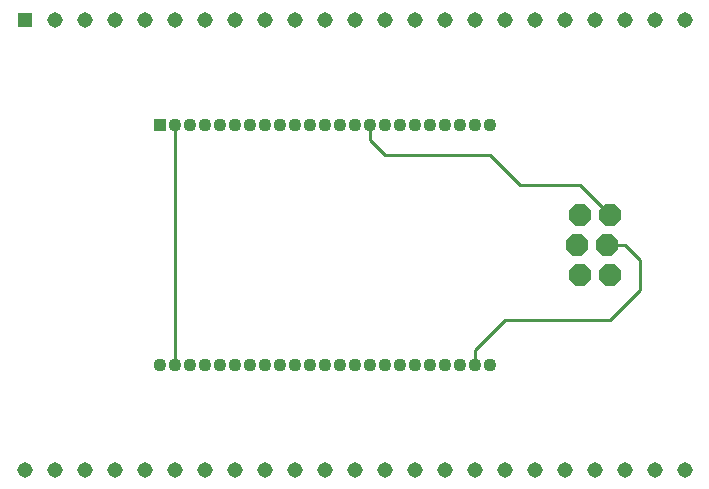
<source format=gbr>
G75*
G70*
%OFA0B0*%
%FSLAX24Y24*%
%IPPOS*%
%LPD*%
%AMOC8*
5,1,8,0,0,1.08239X$1,22.5*
%
%ADD10OC8,0.0740*%
%ADD11C,0.0436*%
%ADD12R,0.0436X0.0436*%
%ADD13R,0.0515X0.0515*%
%ADD14C,0.0515*%
%ADD15C,0.0100*%
D10*
X019601Y007601D03*
X020601Y007601D03*
X020501Y008601D03*
X019501Y008601D03*
X019601Y009601D03*
X020601Y009601D03*
D11*
X016601Y012601D03*
X016101Y012601D03*
X015601Y012601D03*
X015101Y012601D03*
X014601Y012601D03*
X014101Y012601D03*
X013601Y012601D03*
X013101Y012601D03*
X012601Y012601D03*
X012101Y012601D03*
X011601Y012601D03*
X011101Y012601D03*
X010601Y012601D03*
X010101Y012601D03*
X009601Y012601D03*
X009101Y012601D03*
X008601Y012601D03*
X008101Y012601D03*
X007601Y012601D03*
X007101Y012601D03*
X006601Y012601D03*
X006101Y012601D03*
X006101Y004601D03*
X006601Y004601D03*
X007101Y004601D03*
X007601Y004601D03*
X008101Y004601D03*
X008601Y004601D03*
X009101Y004601D03*
X009601Y004601D03*
X010101Y004601D03*
X010601Y004601D03*
X011101Y004601D03*
X011601Y004601D03*
X012101Y004601D03*
X012601Y004601D03*
X013101Y004601D03*
X013601Y004601D03*
X014101Y004601D03*
X014601Y004601D03*
X015101Y004601D03*
X015601Y004601D03*
X016101Y004601D03*
X016601Y004601D03*
X005601Y004601D03*
D12*
X005601Y012601D03*
D13*
X001101Y016101D03*
D14*
X001101Y001101D03*
X002101Y001101D03*
X003101Y001101D03*
X004101Y001101D03*
X005101Y001101D03*
X006101Y001101D03*
X007101Y001101D03*
X008101Y001101D03*
X009101Y001101D03*
X010101Y001101D03*
X011101Y001101D03*
X012101Y001101D03*
X013101Y001101D03*
X014101Y001101D03*
X015101Y001101D03*
X016101Y001101D03*
X017101Y001101D03*
X018101Y001101D03*
X019101Y001101D03*
X020101Y001101D03*
X021101Y001101D03*
X022101Y001101D03*
X023101Y001101D03*
X023101Y016101D03*
X022101Y016101D03*
X021101Y016101D03*
X020101Y016101D03*
X019101Y016101D03*
X018101Y016101D03*
X017101Y016101D03*
X016101Y016101D03*
X015101Y016101D03*
X014101Y016101D03*
X013101Y016101D03*
X012101Y016101D03*
X011101Y016101D03*
X010101Y016101D03*
X009101Y016101D03*
X008101Y016101D03*
X007101Y016101D03*
X006101Y016101D03*
X005101Y016101D03*
X004101Y016101D03*
X003101Y016101D03*
X002101Y016101D03*
D15*
X006101Y012601D02*
X006101Y004601D01*
X013101Y011601D02*
X016601Y011601D01*
X017601Y010601D01*
X019601Y010601D01*
X020601Y009601D01*
X020501Y008601D02*
X021101Y008601D01*
X021601Y008101D01*
X021601Y007101D01*
X020601Y006101D01*
X017101Y006101D01*
X016101Y005101D01*
X016101Y004601D01*
X013101Y011601D02*
X012601Y012101D01*
X012601Y012601D01*
M02*

</source>
